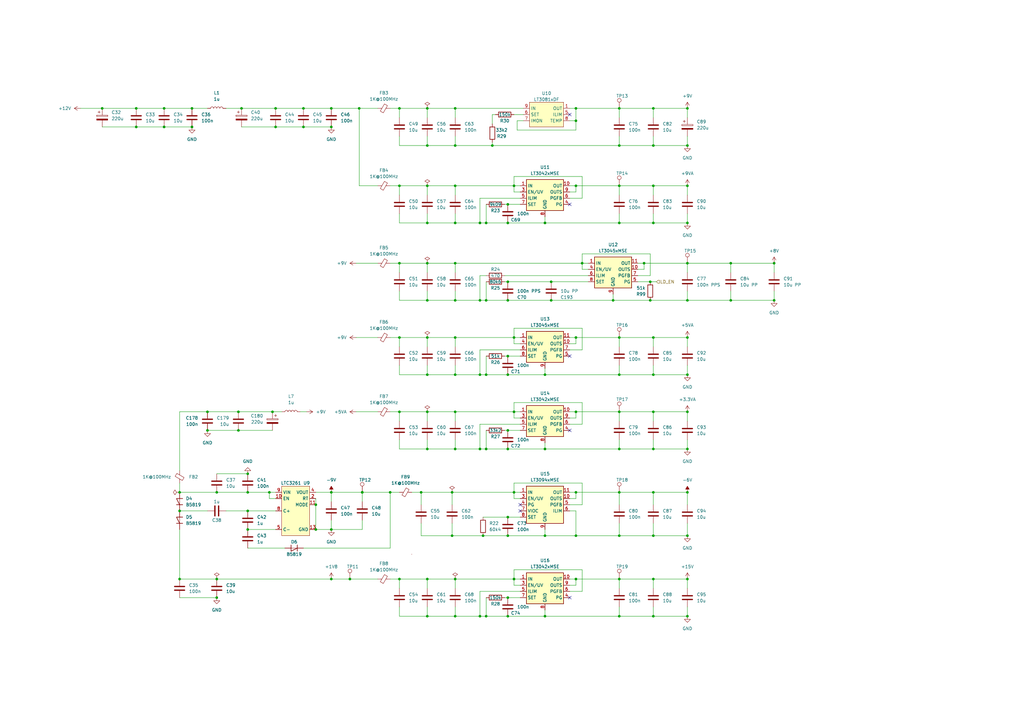
<source format=kicad_sch>
(kicad_sch (version 20211123) (generator eeschema)
  (paper "A3")
  (title_block (title "Kirdy") (date "2022-07-03") (rev "r0.1") (company "M-Labs") (comment 1 "Alex Wong Tat Hang"))
  (junction (at 175.26 237.49))
  (junction (at 223.52 184.15))
  (junction (at 236.22 76.2))
  (junction (at 238.76 107.95))
  (junction (at 210.82 201.93))
  (junction (at 78.74 44.45))
  (junction (at 210.82 76.2))
  (junction (at 236.22 168.91))
  (junction (at 185.42 219.71))
  (junction (at 101.6 217.17))
  (junction (at 254 184.15))
  (junction (at 208.28 245.11))
  (junction (at 185.42 201.93))
  (junction (at 208.28 176.53))
  (junction (at 135.89 217.17))
  (junction (at 147.32 44.45))
  (junction (at 210.82 138.43))
  (junction (at 254 91.44))
  (junction (at 143.51 237.49))
  (junction (at 135.89 237.49))
  (junction (at 266.7 115.57))
  (junction (at 148.556 201.93))
  (junction (at 236.22 49.53))
  (junction (at 208.28 252.73))
  (junction (at 196.85 184.15))
  (junction (at 266.7 123.19))
  (junction (at 88.9 237.49))
  (junction (at 199.39 252.73))
  (junction (at 186.69 138.43))
  (junction (at 208.28 184.15))
  (junction (at 78.74 52.07))
  (junction (at 254 44.45))
  (junction (at 267.97 76.2))
  (junction (at 199.39 153.67))
  (junction (at 254 237.49))
  (junction (at 111.76 168.91))
  (junction (at 163.83 76.2))
  (junction (at 317.5 107.95))
  (junction (at 99.06 44.45))
  (junction (at 67.31 52.07))
  (junction (at 175.26 59.69))
  (junction (at 267.97 201.93))
  (junction (at 113.03 52.07))
  (junction (at 175.26 153.67))
  (junction (at 175.26 91.44))
  (junction (at 41.91 44.45))
  (junction (at 281.94 138.43))
  (junction (at 267.97 138.43))
  (junction (at 175.26 107.95))
  (junction (at 85.09 168.91))
  (junction (at 196.85 91.44))
  (junction (at 199.39 123.19))
  (junction (at 267.97 252.73))
  (junction (at 281.94 237.49))
  (junction (at 186.69 252.73))
  (junction (at 208.28 123.19))
  (junction (at 254 219.71))
  (junction (at 97.79 168.91))
  (junction (at 148.59 201.93))
  (junction (at 223.52 153.67))
  (junction (at 223.52 91.44))
  (junction (at 236.22 44.45))
  (junction (at 101.6 209.55))
  (junction (at 281.94 76.2))
  (junction (at 281.94 201.93))
  (junction (at 281.94 168.91))
  (junction (at 186.69 107.95))
  (junction (at 317.5 123.19))
  (junction (at 281.94 44.45))
  (junction (at 186.69 237.49))
  (junction (at 186.69 184.15))
  (junction (at 163.83 168.91))
  (junction (at 236.22 219.71))
  (junction (at 254 168.91))
  (junction (at 281.94 252.73))
  (junction (at 251.46 123.19))
  (junction (at 186.69 76.2))
  (junction (at 226.06 123.19))
  (junction (at 198.12 219.71))
  (junction (at 281.94 184.15))
  (junction (at 267.97 44.45))
  (junction (at 135.89 201.93))
  (junction (at 186.69 91.44))
  (junction (at 267.97 168.91))
  (junction (at 175.26 168.91))
  (junction (at 281.94 219.71))
  (junction (at 160.02 201.93))
  (junction (at 186.69 59.69))
  (junction (at 208.28 83.82))
  (junction (at 135.89 52.07))
  (junction (at 236.22 201.93))
  (junction (at 113.03 44.45))
  (junction (at 254 153.67))
  (junction (at 254 138.43))
  (junction (at 210.82 168.91))
  (junction (at 281.94 91.44))
  (junction (at 254 59.69))
  (junction (at 267.97 184.15))
  (junction (at 299.72 123.19))
  (junction (at 254 76.2))
  (junction (at 101.6 201.93))
  (junction (at 163.83 138.43))
  (junction (at 186.69 123.19))
  (junction (at 175.26 252.73))
  (junction (at 135.89 44.45))
  (junction (at 196.85 123.19))
  (junction (at 208.28 91.44))
  (junction (at 172.72 201.93))
  (junction (at 208.28 153.67))
  (junction (at 73.66 209.55))
  (junction (at 201.93 59.69))
  (junction (at 267.97 237.49))
  (junction (at 208.28 212.09))
  (junction (at 196.85 252.73))
  (junction (at 124.46 52.07))
  (junction (at 175.26 184.15))
  (junction (at 163.83 107.95))
  (junction (at 186.69 153.67))
  (junction (at 88.9 201.93))
  (junction (at 226.06 115.57))
  (junction (at 254 201.93))
  (junction (at 85.09 176.53))
  (junction (at 110.49 201.93))
  (junction (at 208.28 115.57))
  (junction (at 264.16 107.95))
  (junction (at 267.97 219.71))
  (junction (at 208.28 146.05))
  (junction (at 223.52 252.73))
  (junction (at 73.66 201.93))
  (junction (at 175.26 123.19))
  (junction (at 281.94 59.69))
  (junction (at 97.79 176.53))
  (junction (at 267.97 59.69))
  (junction (at 55.88 52.07))
  (junction (at 236.22 237.49))
  (junction (at 281.94 153.67))
  (junction (at 223.52 219.71))
  (junction (at 208.28 219.71))
  (junction (at 299.72 107.95))
  (junction (at 175.26 76.2))
  (junction (at 175.26 138.43))
  (junction (at 163.83 44.45))
  (junction (at 199.39 184.15))
  (junction (at 101.6 194.31))
  (junction (at 88.9 245.11))
  (junction (at 267.97 91.44))
  (junction (at 281.94 123.19))
  (junction (at 175.26 44.45))
  (junction (at 210.82 237.49))
  (junction (at 254 252.73))
  (junction (at 73.66 237.49))
  (junction (at 163.83 237.49))
  (junction (at 186.69 168.91))
  (junction (at 129.54 207.01))
  (junction (at 67.31 44.45))
  (junction (at 267.97 153.67))
  (junction (at 124.46 44.45))
  (junction (at 55.88 44.45))
  (junction (at 186.69 44.45))
  (junction (at 281.94 107.95))
  (junction (at 129.54 217.17))
  (junction (at 236.22 138.43))
  (junction (at 199.39 91.44))
  (junction (at 196.85 153.67))
  (no_connect (at 233.68 176.53))
  (no_connect (at 233.68 245.11))
  (no_connect (at 233.68 46.99))
  (no_connect (at 213.36 209.55))
  (no_connect (at 213.36 207.01))
  (no_connect (at 233.68 83.82))
  (no_connect (at 233.68 146.05))
  (wire (pts (xy 88.9 201.93) (xy 101.6 201.93)))
  (wire (pts (xy 207.01 176.53) (xy 208.28 176.53)))
  (wire (pts (xy 267.97 214.63) (xy 267.97 219.71)))
  (wire (pts (xy 267.97 153.67) (xy 267.97 149.86)))
  (wire (pts (xy 196.85 81.28) (xy 196.85 91.44)))
  (wire (pts (xy 175.26 241.3) (xy 175.26 237.49)))
  (wire (pts (xy 160.02 237.49) (xy 163.83 237.49)))
  (wire (pts (xy 254 237.49) (xy 254 241.3)))
  (wire (pts (xy 233.68 140.97) (xy 236.22 140.97)))
  (wire (pts (xy 148.59 201.93) (xy 148.59 205.74)))
  (wire (pts (xy 281.94 252.73) (xy 281.94 248.92)))
  (wire (pts (xy 281.94 107.95) (xy 281.94 111.76)))
  (wire (pts (xy 135.89 213.36) (xy 135.89 217.17)))
  (wire (pts (xy 163.83 252.73) (xy 163.83 248.92)))
  (wire (pts (xy 208.28 176.53) (xy 213.36 176.53)))
  (wire (pts (xy 124.46 44.45) (xy 135.89 44.45)))
  (wire (pts (xy 135.89 217.17) (xy 129.54 217.17)))
  (wire (pts (xy 201.93 58.42) (xy 201.93 59.69)))
  (wire (pts (xy 196.85 91.44) (xy 199.39 91.44)))
  (wire (pts (xy 299.72 107.95) (xy 299.72 111.76)))
  (wire (pts (xy 267.97 252.73) (xy 281.94 252.73)))
  (wire (pts (xy 160.02 107.95) (xy 163.83 107.95)))
  (wire (pts (xy 186.69 172.72) (xy 186.69 168.91)))
  (wire (pts (xy 196.85 113.03) (xy 199.39 113.03)))
  (wire (pts (xy 236.22 219.71) (xy 223.52 219.71)))
  (wire (pts (xy 175.26 123.19) (xy 186.69 123.19)))
  (wire (pts (xy 175.26 252.73) (xy 175.26 248.92)))
  (wire (pts (xy 186.69 123.19) (xy 196.85 123.19)))
  (wire (pts (xy 185.42 219.71) (xy 198.12 219.71)))
  (wire (pts (xy 201.93 50.8) (xy 201.93 46.99)))
  (wire (pts (xy 267.97 153.67) (xy 281.94 153.67)))
  (wire (pts (xy 85.09 176.53) (xy 97.79 176.53)))
  (wire (pts (xy 207.01 115.57) (xy 208.28 115.57)))
  (wire (pts (xy 175.26 123.19) (xy 175.26 119.38)))
  (wire (pts (xy 210.82 76.2) (xy 213.36 76.2)))
  (wire (pts (xy 85.09 168.91) (xy 97.79 168.91)))
  (wire (pts (xy 163.83 59.69) (xy 175.26 59.69)))
  (wire (pts (xy 210.82 237.49) (xy 213.36 237.49)))
  (wire (pts (xy 254 219.71) (xy 254 214.63)))
  (wire (pts (xy 199.39 184.15) (xy 208.28 184.15)))
  (wire (pts (xy 129.54 201.93) (xy 135.89 201.93)))
  (wire (pts (xy 175.26 142.24) (xy 175.26 138.43)))
  (wire (pts (xy 199.39 252.73) (xy 208.28 252.73)))
  (wire (pts (xy 186.69 80.01) (xy 186.69 76.2)))
  (wire (pts (xy 199.39 245.11) (xy 199.39 252.73)))
  (wire (pts (xy 172.72 214.63) (xy 172.72 219.71)))
  (wire (pts (xy 92.71 209.55) (xy 101.6 209.55)))
  (wire (pts (xy 186.69 107.95) (xy 238.76 107.95)))
  (wire (pts (xy 208.28 184.15) (xy 223.52 184.15)))
  (wire (pts (xy 175.26 184.15) (xy 186.69 184.15)))
  (wire (pts (xy 208.28 91.44) (xy 223.52 91.44)))
  (wire (pts (xy 213.36 204.47) (xy 210.82 204.47)))
  (wire (pts (xy 135.89 44.45) (xy 147.32 44.45)))
  (wire (pts (xy 254 219.71) (xy 267.97 219.71)))
  (wire (pts (xy 208.28 115.57) (xy 226.06 115.57)))
  (wire (pts (xy 163.83 252.73) (xy 175.26 252.73)))
  (wire (pts (xy 185.42 201.93) (xy 210.82 201.93)))
  (wire (pts (xy 186.69 168.91) (xy 210.82 168.91)))
  (wire (pts (xy 199.39 115.57) (xy 199.39 123.19)))
  (wire (pts (xy 175.26 76.2) (xy 186.69 76.2)))
  (wire (pts (xy 186.69 91.44) (xy 186.69 87.63)))
  (wire (pts (xy 226.06 123.19) (xy 251.46 123.19)))
  (wire (pts (xy 199.39 146.05) (xy 199.39 153.67)))
  (wire (pts (xy 254 153.67) (xy 254 149.86)))
  (wire (pts (xy 238.76 134.62) (xy 210.82 134.62)))
  (wire (pts (xy 199.39 153.67) (xy 208.28 153.67)))
  (wire (pts (xy 172.72 219.71) (xy 185.42 219.71)))
  (wire (pts (xy 223.52 91.44) (xy 254 91.44)))
  (wire (pts (xy 236.22 240.03) (xy 236.22 237.49)))
  (wire (pts (xy 101.6 224.79) (xy 116.84 224.79)))
  (wire (pts (xy 198.12 219.71) (xy 208.28 219.71)))
  (wire (pts (xy 254 184.15) (xy 254 180.34)))
  (wire (pts (xy 210.82 140.97) (xy 210.82 138.43)))
  (wire (pts (xy 55.88 52.07) (xy 67.31 52.07)))
  (wire (pts (xy 196.85 81.28) (xy 213.36 81.28)))
  (wire (pts (xy 148.556 201.93) (xy 148.59 201.93)))
  (wire (pts (xy 267.97 59.69) (xy 254 59.69)))
  (wire (pts (xy 212.09 49.53) (xy 214.63 49.53)))
  (wire (pts (xy 241.3 110.49) (xy 238.76 110.49)))
  (wire (pts (xy 281.94 107.95) (xy 299.72 107.95)))
  (wire (pts (xy 267.97 91.44) (xy 267.97 87.63)))
  (wire (pts (xy 223.52 250.19) (xy 223.52 252.73)))
  (wire (pts (xy 281.94 123.19) (xy 281.94 119.38)))
  (wire (pts (xy 254 201.93) (xy 267.97 201.93)))
  (wire (pts (xy 186.69 44.45) (xy 214.63 44.45)))
  (wire (pts (xy 196.85 173.99) (xy 213.36 173.99)))
  (wire (pts (xy 175.26 184.15) (xy 175.26 180.34)))
  (wire (pts (xy 261.62 113.03) (xy 266.7 113.03)))
  (wire (pts (xy 238.76 107.95) (xy 241.3 107.95)))
  (wire (pts (xy 186.69 241.3) (xy 186.69 237.49)))
  (wire (pts (xy 254 237.49) (xy 267.97 237.49)))
  (wire (pts (xy 146.05 168.91) (xy 154.94 168.91)))
  (wire (pts (xy 236.22 237.49) (xy 254 237.49)))
  (wire (pts (xy 210.82 201.93) (xy 213.36 201.93)))
  (wire (pts (xy 236.22 44.45) (xy 236.22 49.53)))
  (wire (pts (xy 207.01 245.11) (xy 208.28 245.11)))
  (wire (pts (xy 210.82 78.74) (xy 210.82 76.2)))
  (wire (pts (xy 196.85 252.73) (xy 199.39 252.73)))
  (wire (pts (xy 186.69 153.67) (xy 196.85 153.67)))
  (wire (pts (xy 236.22 219.71) (xy 254 219.71)))
  (wire (pts (xy 210.82 138.43) (xy 213.36 138.43)))
  (wire (pts (xy 73.66 198.12) (xy 73.66 201.93)))
  (wire (pts (xy 238.76 173.99) (xy 238.76 165.1)))
  (wire (pts (xy 175.26 172.72) (xy 175.26 168.91)))
  (wire (pts (xy 113.03 52.07) (xy 124.46 52.07)))
  (wire (pts (xy 73.66 237.49) (xy 73.66 217.17)))
  (wire (pts (xy 238.76 165.1) (xy 210.82 165.1)))
  (wire (pts (xy 208.28 123.19) (xy 226.06 123.19)))
  (wire (pts (xy 113.03 44.45) (xy 124.46 44.45)))
  (wire (pts (xy 281.94 76.2) (xy 281.94 80.01)))
  (wire (pts (xy 163.83 172.72) (xy 163.83 168.91)))
  (wire (pts (xy 281.94 184.15) (xy 281.94 180.34)))
  (wire (pts (xy 201.93 46.99) (xy 203.2 46.99)))
  (wire (pts (xy 266.7 104.14) (xy 238.76 104.14)))
  (wire (pts (xy 210.82 240.03) (xy 210.82 237.49)))
  (wire (pts (xy 281.94 168.91) (xy 281.94 172.72)))
  (wire (pts (xy 163.83 107.95) (xy 175.26 107.95)))
  (wire (pts (xy 233.68 143.51) (xy 238.76 143.51)))
  (wire (pts (xy 261.62 115.57) (xy 266.7 115.57)))
  (wire (pts (xy 254 48.26) (xy 254 44.45)))
  (wire (pts (xy 196.85 113.03) (xy 196.85 123.19)))
  (wire (pts (xy 236.22 201.93) (xy 254 201.93)))
  (wire (pts (xy 73.66 237.49) (xy 88.9 237.49)))
  (wire (pts (xy 175.26 168.91) (xy 186.69 168.91)))
  (wire (pts (xy 233.68 240.03) (xy 236.22 240.03)))
  (wire (pts (xy 201.93 59.69) (xy 254 59.69)))
  (wire (pts (xy 175.26 44.45) (xy 186.69 44.45)))
  (wire (pts (xy 160.02 44.45) (xy 163.83 44.45)))
  (wire (pts (xy 124.46 52.07) (xy 135.89 52.07)))
  (wire (pts (xy 236.22 138.43) (xy 254 138.43)))
  (wire (pts (xy 110.49 201.93) (xy 113.03 201.93)))
  (wire (pts (xy 233.68 173.99) (xy 238.76 173.99)))
  (wire (pts (xy 210.82 134.62) (xy 210.82 138.43)))
  (wire (pts (xy 267.97 76.2) (xy 267.97 80.01)))
  (wire (pts (xy 267.97 138.43) (xy 281.94 138.43)))
  (wire (pts (xy 254 44.45) (xy 267.97 44.45)))
  (wire (pts (xy 254 91.44) (xy 267.97 91.44)))
  (wire (pts (xy 299.72 123.19) (xy 299.72 119.38)))
  (wire (pts (xy 266.7 113.03) (xy 266.7 104.14)))
  (wire (pts (xy 223.52 151.13) (xy 223.52 153.67)))
  (wire (pts (xy 233.68 138.43) (xy 236.22 138.43)))
  (wire (pts (xy 163.83 59.69) (xy 163.83 55.88)))
  (wire (pts (xy 233.68 81.28) (xy 238.76 81.28)))
  (wire (pts (xy 196.85 153.67) (xy 199.39 153.67)))
  (wire (pts (xy 163.83 123.19) (xy 175.26 123.19)))
  (wire (pts (xy 223.52 181.61) (xy 223.52 184.15)))
  (wire (pts (xy 113.03 204.47) (xy 110.49 204.47)))
  (wire (pts (xy 73.66 245.11) (xy 88.9 245.11)))
  (wire (pts (xy 186.69 59.69) (xy 201.93 59.69)))
  (wire (pts (xy 135.89 237.49) (xy 143.51 237.49)))
  (wire (pts (xy 186.69 153.67) (xy 186.69 149.86)))
  (wire (pts (xy 186.69 123.19) (xy 186.69 119.38)))
  (wire (pts (xy 233.68 76.2) (xy 236.22 76.2)))
  (wire (pts (xy 185.42 214.63) (xy 185.42 219.71)))
  (wire (pts (xy 208.28 252.73) (xy 223.52 252.73)))
  (wire (pts (xy 175.26 252.73) (xy 186.69 252.73)))
  (wire (pts (xy 168.91 201.93) (xy 172.72 201.93)))
  (wire (pts (xy 186.69 48.26) (xy 186.69 44.45)))
  (wire (pts (xy 135.89 201.93) (xy 148.556 201.93)))
  (wire (pts (xy 115.57 168.91) (xy 111.76 168.91)))
  (wire (pts (xy 123.19 168.91) (xy 125.73 168.91)))
  (wire (pts (xy 267.97 44.45) (xy 281.94 44.45)))
  (wire (pts (xy 199.39 176.53) (xy 199.39 184.15)))
  (wire (pts (xy 254 168.91) (xy 254 172.72)))
  (wire (pts (xy 254 201.93) (xy 254 207.01)))
  (wire (pts (xy 185.42 201.93) (xy 185.42 207.01)))
  (wire (pts (xy 135.89 201.93) (xy 135.89 205.74)))
  (wire (pts (xy 213.36 78.74) (xy 210.82 78.74)))
  (wire (pts (xy 267.97 48.26) (xy 267.97 44.45)))
  (wire (pts (xy 163.83 237.49) (xy 175.26 237.49)))
  (wire (pts (xy 196.85 143.51) (xy 213.36 143.51)))
  (wire (pts (xy 186.69 252.73) (xy 186.69 248.92)))
  (wire (pts (xy 175.26 153.67) (xy 175.26 149.86)))
  (wire (pts (xy 233.68 168.91) (xy 236.22 168.91)))
  (wire (pts (xy 212.09 49.53) (xy 212.09 53.34)))
  (wire (pts (xy 186.69 138.43) (xy 210.82 138.43)))
  (wire (pts (xy 266.7 115.57) (xy 269.24 115.57)))
  (wire (pts (xy 236.22 49.53) (xy 233.68 49.53)))
  (wire (pts (xy 281.94 123.19) (xy 299.72 123.19)))
  (wire (pts (xy 233.68 171.45) (xy 236.22 171.45)))
  (wire (pts (xy 254 91.44) (xy 254 87.63)))
  (wire (pts (xy 238.76 81.28) (xy 238.76 72.39)))
  (wire (pts (xy 213.36 240.03) (xy 210.82 240.03)))
  (wire (pts (xy 236.22 209.55) (xy 236.22 219.71)))
  (wire (pts (xy 163.83 80.01) (xy 163.83 76.2)))
  (wire (pts (xy 251.46 123.19) (xy 266.7 123.19)))
  (wire (pts (xy 254 153.67) (xy 267.97 153.67)))
  (wire (pts (xy 101.6 217.17) (xy 113.03 217.17)))
  (wire (pts (xy 163.83 241.3) (xy 163.83 237.49)))
  (wire (pts (xy 233.68 242.57) (xy 238.76 242.57)))
  (wire (pts (xy 236.22 168.91) (xy 254 168.91)))
  (wire (pts (xy 223.52 219.71) (xy 223.52 217.17)))
  (wire (pts (xy 160.02 224.79) (xy 160.02 201.93)))
  (wire (pts (xy 163.83 48.26) (xy 163.83 44.45)))
  (wire (pts (xy 236.22 53.34) (xy 236.22 49.53)))
  (wire (pts (xy 78.74 44.45) (xy 85.09 44.45)))
  (wire (pts (xy 267.97 201.93) (xy 281.94 201.93)))
  (wire (pts (xy 148.59 217.17) (xy 135.89 217.17)))
  (wire (pts (xy 92.71 44.45) (xy 99.06 44.45)))
  (wire (pts (xy 281.94 44.45) (xy 281.94 48.26)))
  (wire (pts (xy 175.26 48.26) (xy 175.26 44.45)))
  (wire (pts (xy 163.83 153.67) (xy 175.26 153.67)))
  (wire (pts (xy 175.26 153.67) (xy 186.69 153.67)))
  (wire (pts (xy 160.02 201.93) (xy 163.83 201.93)))
  (wire (pts (xy 267.97 237.49) (xy 281.94 237.49)))
  (wire (pts (xy 175.26 111.76) (xy 175.26 107.95)))
  (wire (pts (xy 110.49 204.47) (xy 110.49 201.93)))
  (wire (pts (xy 175.26 59.69) (xy 175.26 55.88)))
  (wire (pts (xy 210.82 168.91) (xy 213.36 168.91)))
  (wire (pts (xy 267.97 201.93) (xy 267.97 207.01)))
  (wire (pts (xy 198.12 212.09) (xy 208.28 212.09)))
  (wire (pts (xy 254 252.73) (xy 254 248.92)))
  (wire (pts (xy 233.68 78.74) (xy 236.22 78.74)))
  (wire (pts (xy 172.72 201.93) (xy 172.72 207.01)))
  (wire (pts (xy 238.76 110.49) (xy 238.76 107.95)))
  (wire (pts (xy 33.02 44.45) (xy 41.91 44.45)))
  (wire (pts (xy 238.76 72.39) (xy 210.82 72.39)))
  (wire (pts (xy 199.39 123.19) (xy 208.28 123.19)))
  (wire (pts (xy 254 252.73) (xy 267.97 252.73)))
  (wire (pts (xy 264.16 107.95) (xy 281.94 107.95)))
  (wire (pts (xy 236.22 140.97) (xy 236.22 138.43)))
  (wire (pts (xy 129.54 207.01) (xy 129.54 217.17)))
  (wire (pts (xy 267.97 252.73) (xy 267.97 248.92)))
  (wire (pts (xy 261.62 110.49) (xy 264.16 110.49)))
  (wire (pts (xy 41.91 44.45) (xy 55.88 44.45)))
  (wire (pts (xy 186.69 59.69) (xy 186.69 55.88)))
  (wire (pts (xy 163.83 76.2) (xy 175.26 76.2)))
  (wire (pts (xy 154.94 76.2) (xy 147.32 76.2)))
  (wire (pts (xy 254 55.88) (xy 254 59.69)))
  (wire (pts (xy 163.83 153.67) (xy 163.83 149.86)))
  (wire (pts (xy 299.72 123.19) (xy 317.5 123.19)))
  (wire (pts (xy 175.26 107.95) (xy 186.69 107.95)))
  (wire (pts (xy 196.85 242.57) (xy 196.85 252.73)))
  (wire (pts (xy 267.97 91.44) (xy 281.94 91.44)))
  (wire (pts (xy 73.66 209.55) (xy 85.09 209.55)))
  (wire (pts (xy 186.69 237.49) (xy 210.82 237.49)))
  (wire (pts (xy 101.6 201.93) (xy 110.49 201.93)))
  (wire (pts (xy 99.06 44.45) (xy 113.03 44.45)))
  (wire (pts (xy 186.69 184.15) (xy 186.69 180.34)))
  (wire (pts (xy 264.16 110.49) (xy 264.16 107.95)))
  (wire (pts (xy 73.66 168.91) (xy 73.66 193.04)))
  (wire (pts (xy 210.82 46.99) (xy 214.63 46.99)))
  (wire (pts (xy 147.32 44.45) (xy 147.32 76.2)))
  (wire (pts (xy 146.05 107.95) (xy 154.94 107.95)))
  (wire (pts (xy 175.26 91.44) (xy 186.69 91.44)))
  (wire (pts (xy 261.62 107.95) (xy 264.16 107.95)))
  (wire (pts (xy 210.82 72.39) (xy 210.82 76.2)))
  (wire (pts (xy 254 76.2) (xy 267.97 76.2)))
  (wire (pts (xy 233.68 237.49) (xy 236.22 237.49)))
  (wire (pts (xy 196.85 123.19) (xy 199.39 123.19)))
  (wire (pts (xy 238.76 198.12) (xy 210.82 198.12)))
  (wire (pts (xy 233.68 44.45) (xy 236.22 44.45)))
  (wire (pts (xy 146.05 138.43) (xy 154.94 138.43)))
  (wire (pts (xy 196.85 143.51) (xy 196.85 153.67)))
  (wire (pts (xy 281.94 91.44) (xy 281.94 87.63)))
  (wire (pts (xy 41.91 52.07) (xy 55.88 52.07)))
  (wire (pts (xy 196.85 173.99) (xy 196.85 184.15)))
  (wire (pts (xy 281.94 138.43) (xy 281.94 142.24)))
  (wire (pts (xy 281.94 153.67) (xy 281.94 149.86)))
  (wire (pts (xy 233.68 204.47) (xy 236.22 204.47)))
  (wire (pts (xy 143.51 237.49) (xy 154.94 237.49)))
  (wire (pts (xy 199.39 91.44) (xy 208.28 91.44)))
  (wire (pts (xy 238.76 207.01) (xy 238.76 198.12)))
  (wire (pts (xy 163.83 168.91) (xy 175.26 168.91)))
  (wire (pts (xy 236.22 78.74) (xy 236.22 76.2)))
  (wire (pts (xy 207.01 146.05) (xy 208.28 146.05)))
  (wire (pts (xy 196.85 184.15) (xy 199.39 184.15)))
  (wire (pts (xy 212.09 53.34) (xy 236.22 53.34)))
  (wire (pts (xy 196.85 242.57) (xy 213.36 242.57)))
  (wire (pts (xy 208.28 153.67) (xy 223.52 153.67)))
  (wire (pts (xy 210.82 171.45) (xy 210.82 168.91)))
  (wire (pts (xy 186.69 76.2) (xy 210.82 76.2)))
  (wire (pts (xy 210.82 198.12) (xy 210.82 201.93)))
  (wire (pts (xy 147.32 44.45) (xy 154.94 44.45)))
  (wire (pts (xy 213.36 140.97) (xy 210.82 140.97)))
  (wire (pts (xy 238.76 242.57) (xy 238.76 233.68)))
  (wire (pts (xy 88.9 194.31) (xy 101.6 194.31)))
  (wire (pts (xy 317.5 123.19) (xy 317.5 119.38)))
  (wire (pts (xy 267.97 168.91) (xy 267.97 172.72)))
  (wire (pts (xy 267.97 76.2) (xy 281.94 76.2)))
  (wire (pts (xy 186.69 142.24) (xy 186.69 138.43)))
  (wire (pts (xy 281.94 55.88) (xy 281.94 59.69)))
  (wire (pts (xy 67.31 52.07) (xy 78.74 52.07)))
  (wire (pts (xy 210.82 204.47) (xy 210.82 201.93)))
  (wire (pts (xy 238.76 233.68) (xy 210.82 233.68)))
  (wire (pts (xy 254 138.43) (xy 267.97 138.43)))
  (wire (pts (xy 251.46 120.65) (xy 251.46 123.19)))
  (wire (pts (xy 267.97 219.71) (xy 281.94 219.71)))
  (wire (pts (xy 208.28 245.11) (xy 213.36 245.11)))
  (wire (pts (xy 223.52 88.9) (xy 223.52 91.44)))
  (wire (pts (xy 73.66 168.91) (xy 85.09 168.91)))
  (wire (pts (xy 267.97 237.49) (xy 267.97 241.3)))
  (wire (pts (xy 254 184.15) (xy 267.97 184.15)))
  (wire (pts (xy 236.22 171.45) (xy 236.22 168.91)))
  (wire (pts (xy 210.82 233.68) (xy 210.82 237.49)))
  (wire (pts (xy 163.83 111.76) (xy 163.83 107.95)))
  (wire (pts (xy 55.88 44.45) (xy 67.31 44.45)))
  (wire (pts (xy 199.39 83.82) (xy 199.39 91.44)))
  (wire (pts (xy 160.02 168.91) (xy 163.83 168.91)))
  (wire (pts (xy 124.46 224.79) (xy 160.02 224.79)))
  (wire (pts (xy 254 138.43) (xy 254 142.24)))
  (wire (pts (xy 208.28 212.09) (xy 213.36 212.09)))
  (wire (pts (xy 210.82 165.1) (xy 210.82 168.91)))
  (wire (pts (xy 299.72 107.95) (xy 317.5 107.95)))
  (wire (pts (xy 160.02 76.2) (xy 163.83 76.2)))
  (wire (pts (xy 226.06 115.57) (xy 241.3 115.57)))
  (wire (pts (xy 163.83 123.19) (xy 163.83 119.38)))
  (wire (pts (xy 67.31 44.45) (xy 78.74 44.45)))
  (wire (pts (xy 175.26 59.69) (xy 186.69 59.69)))
  (wire (pts (xy 163.83 184.15) (xy 175.26 184.15)))
  (wire (pts (xy 208.28 146.05) (xy 213.36 146.05)))
  (wire (pts (xy 175.26 237.49) (xy 186.69 237.49)))
  (wire (pts (xy 254 168.91) (xy 267.97 168.91)))
  (wire (pts (xy 111.76 168.91) (xy 97.79 168.91)))
  (wire (pts (xy 186.69 111.76) (xy 186.69 107.95)))
  (wire (pts (xy 160.02 201.93) (xy 148.59 201.93)))
  (wire (pts (xy 172.72 201.93) (xy 185.42 201.93)))
  (wire (pts (xy 175.26 91.44) (xy 175.26 87.63)))
  (wire (pts (xy 281.94 201.93) (xy 281.94 207.01)))
  (wire (pts (xy 99.06 52.07) (xy 113.03 52.07)))
  (wire (pts (xy 101.6 209.55) (xy 113.03 209.55)))
  (wire (pts (xy 223.52 153.67) (xy 254 153.67)))
  (wire (pts (xy 238.76 143.51) (xy 238.76 134.62)))
  (wire (pts (xy 73.66 201.93) (xy 88.9 201.93)))
  (wire (pts (xy 175.26 138.43) (xy 186.69 138.43)))
  (wire (pts (xy 267.97 168.91) (xy 281.94 168.91)))
  (wire (pts (xy 233.68 207.01) (xy 238.76 207.01)))
  (wire (pts (xy 163.83 91.44) (xy 175.26 91.44)))
  (wire (pts (xy 236.22 76.2) (xy 254 76.2)))
  (wire (pts (xy 236.22 204.47) (xy 236.22 201.93)))
  (wire (pts (xy 236.22 44.45) (xy 254 44.45)))
  (wire (pts (xy 160.02 138.43) (xy 163.83 138.43)))
  (wire (pts (xy 208.28 219.71) (xy 223.52 219.71)))
  (wire (pts (xy 236.22 209.55) (xy 233.68 209.55)))
  (wire (pts (xy 111.76 176.53) (xy 97.79 176.53)))
  (wire (pts (xy 186.69 184.15) (xy 196.85 184.15)))
  (wire (pts (xy 267.97 184.15) (xy 267.97 180.34)))
  (wire (pts (xy 207.01 83.82) (xy 208.28 83.82)))
  (wire (pts (xy 267.97 138.43) (xy 267.97 142.24)))
  (wire (pts (xy 213.36 171.45) (xy 210.82 171.45)))
  (wire (pts (xy 233.68 201.93) (xy 236.22 201.93)))
  (wire (pts (xy 254 76.2) (xy 254 80.01)))
  (wire (pts (xy 266.7 123.19) (xy 281.94 123.19)))
  (wire (pts (xy 163.83 44.45) (xy 175.26 44.45)))
  (wire (pts (xy 223.52 184.15) (xy 254 184.15)))
  (wire (pts (xy 163.83 138.43) (xy 175.26 138.43)))
  (wire (pts (xy 208.28 83.82) (xy 213.36 83.82)))
  (wire (pts (xy 186.69 91.44) (xy 196.85 91.44)))
  (wire (pts (xy 163.83 91.44) (xy 163.83 87.63)))
  (wire (pts (xy 317.5 107.95) (xy 317.5 111.76)))
  (wire (pts (xy 281.94 237.49) (xy 281.94 241.3)))
  (wire (pts (xy 148.59 213.36) (xy 148.59 217.17)))
  (wire (pts (xy 267.97 55.88) (xy 267.97 59.69)))
  (wire (pts (xy 129.54 204.47) (xy 129.54 207.01)))
  (wire (pts (xy 267.97 59.69) (xy 281.94 59.69)))
  (wire (pts (xy 223.52 252.73) (xy 254 252.73)))
  (wire (pts (xy 186.69 252.73) (xy 196.85 252.73)))
  (wire (pts (xy 267.97 184.15) (xy 281.94 184.15)))
  (wire (pts (xy 238.76 104.14) (xy 238.76 107.95)))
  (wire (pts (xy 281.94 214.63) (xy 281.94 219.71)))
  (wire (pts (xy 175.26 80.01) (xy 175.26 76.2)))
  (wire (pts (xy 163.83 184.15) (xy 163.83 180.34)))
  (wire (pts (xy 88.9 237.49) (xy 135.89 237.49)))
  (wire (pts (xy 207.01 113.03) (xy 241.3 113.03)))
  (wire (pts (xy 163.83 142.24) (xy 163.83 138.43)))
  (hierarchical_label "LD_EN" (shape input) (at 269.24 115.57 0))
  (symbol (lib_id "Device:R") (at 198.12 215.9 0) (unit 1)
    (property "Reference" "R22" (at 200.66 214.6299 0) (effects (justify left)))
    (property "Value" "60k4" (at 200.66 217.1699 0) (effects (justify left)))
    (property "Footprint" "Resistor_SMD:R_0603_1608Metric" (effects hide))
    (property "MFR_PN" "RT0603FRE0760K4L" (effects hide))
    (property "MFR_PN_ALT" "RC0603FR-0760K4L" (effects hide))
  )
  (symbol (lib_id "Device:C") (at 85.09 172.72 0) (mirror y) (unit 1)
    (property "Reference" "C178" (at 81.28 171.4499 0) (effects (justify left)))
    (property "Value" "100n" (at 81.28 173.9899 0) (effects (justify left)))
    (property "Footprint" "Capacitor_SMD:C_0603_1608Metric" (effects hide))
    (property "MFR_PN" "CL10B104KB8NNWC" (effects hide))
    (property "MFR_PN_ALT" "CL10B104KB8NNNL" (effects hide))
  )
  (symbol (lib_id "Device:C") (at 254 83.82 0) (unit 1)
    (property "Reference" "C76" (at 257.81 82.5499 0) (effects (justify left)))
    (property "Value" "100n" (at 257.81 85.0899 0) (effects (justify left)))
    (property "Footprint" "Capacitor_SMD:C_0603_1608Metric" (effects hide))
    (property "MFR_PN" "CL10B104KB8NNWC" (effects hide))
    (property "MFR_PN_ALT" "CL10B104KB8NNNL" (effects hide))
  )
  (symbol (lib_id "power:+5VA") (at 281.94 138.43 0) (unit 1)
    (property "Reference" "#PWR074" (effects hide))
    (property "Value" "+5VA" (at 281.94 133.35 0))
  )
  (symbol (lib_id "Device:C") (at 101.6 213.36 0) (unit 1)
    (property "Reference" "C42" (at 105.41 212.0899 0) (effects (justify left)))
    (property "Value" "1u" (at 105.41 214.6299 0) (effects (justify left)))
    (property "Footprint" "Capacitor_SMD:C_0603_1608Metric" (effects hide))
    (property "MFR_PN" "CL10B105KA8NNNC" (effects hide))
    (property "MFR_PN_ALT" "CGA3E1X7R1E105K080AC" (effects hide))
  )
  (symbol (lib_id "power:PWR_FLAG") (at 175.26 76.2 0) (unit 1)
    (property "Reference" "#FLG0106" (effects hide))
    (property "Value" "PWR_FLAG" (effects hide))
  )
  (symbol (lib_id "Device:C") (at 148.59 209.55 0) (unit 1)
    (property "Reference" "C48" (at 152.4 208.2799 0) (effects (justify left)))
    (property "Value" "10u" (at 152.4 210.8199 0) (effects (justify left)))
    (property "Footprint" "Capacitor_SMD:C_0805_2012Metric" (effects hide))
    (property "MFR_PN" "CL21B106KOQNNNG" (effects hide))
    (property "MFR_PN_ALT" "CL21B106KOQNNNE" (effects hide))
  )
  (symbol (lib_id "Device:R") (at 203.2 83.82 90) (unit 1)
    (property "Reference" "R23" (at 203.2 86.36 90))
    (property "Value" "9k09" (at 203.2 83.82 90))
    (property "Footprint" "Resistor_SMD:R_0603_1608Metric" (effects hide))
    (property "MFR_PN" "CR0603-FX-9091ELF" (effects hide))
    (property "MFR_PN_ALT" "RK73H1JTTD9091F" (effects hide))
  )
  (symbol (lib_id "Device:R") (at 203.2 245.11 90) (unit 1)
    (property "Reference" "R28" (at 203.2 247.65 90))
    (property "Value" "150k" (at 203.2 245.11 90))
    (property "Footprint" "Resistor_SMD:R_0603_1608Metric" (effects hide))
    (property "MFR_PN" "CRGCQ0603F150K" (effects hide))
    (property "MFR_PN_ALT" "RMCF0603FG150K" (effects hide))
  )
  (symbol (lib_id "Device:C") (at 281.94 210.82 0) (unit 1)
    (property "Reference" "C94" (at 285.75 209.5499 0) (effects (justify left)))
    (property "Value" "10u" (at 285.75 212.0899 0) (effects (justify left)))
    (property "Footprint" "Capacitor_SMD:C_0805_2012Metric" (effects hide))
    (property "MFR_PN" "CL21B106KOQNNNG" (effects hide))
    (property "MFR_PN_ALT" "CL21B106KOQNNNE" (effects hide))
  )
  (symbol (lib_id "Device:C") (at 186.69 83.82 0) (unit 1)
    (property "Reference" "C64" (at 190.5 82.5499 0) (effects (justify left)))
    (property "Value" "100n" (at 190.5 85.0899 0) (effects (justify left)))
    (property "Footprint" "Capacitor_SMD:C_0603_1608Metric" (effects hide))
    (property "MFR_PN" "CL10B104KB8NNWC" (effects hide))
    (property "MFR_PN_ALT" "CL10B104KB8NNNL" (effects hide))
  )
  (symbol (lib_id "Device:C") (at 113.03 48.26 0) (unit 1)
    (property "Reference" "C44" (at 116.84 46.9899 0) (effects (justify left)))
    (property "Value" "10u" (at 116.84 49.5299 0) (effects (justify left)))
    (property "Footprint" "Capacitor_SMD:C_0805_2012Metric" (effects hide))
    (property "MFR_PN" "CL21B106KOQNNNG" (effects hide))
    (property "MFR_PN_ALT" "CL21B106KOQNNNE" (effects hide))
  )
  (symbol (lib_id "power:PWR_FLAG") (at 175.26 107.95 0) (unit 1)
    (property "Reference" "#FLG0108" (effects hide))
    (property "Value" "PWR_FLAG" (effects hide))
  )
  (symbol (lib_id "Device:R") (at 266.7 119.38 180) (unit 1)
    (property "Reference" "R99" (at 262.89 120.65 0))
    (property "Value" "51k" (at 262.89 118.11 0))
    (property "Footprint" "Resistor_SMD:R_0603_1608Metric" (effects hide))
    (property "MFR_PN" "RMCF0603FT51K0" (effects hide))
    (property "MFR_PN_ALT" "CR0603-FX-5102ELF" (effects hide))
  )
  (symbol (lib_id "Device:FerriteBead_Small") (at 73.66 195.58 180) (unit 1)
    (property "Reference" "FB2" (at 77.47 195.58 0) (effects (justify right)))
    (property "Value" "1K@100MHz" (at 58.42 195.58 0) (effects (justify right)))
    (property "Footprint" "Inductor_SMD:L_1210_3225Metric" (effects hide))
    (property "MFR_PN" "FBMH3225HM102NT" (effects hide))
    (property "MFR_PN_ALT" "FBMH3225HM102NTV" (effects hide))
  )
  (symbol (lib_id "Device:C") (at 208.28 180.34 0) (unit 1)
    (property "Reference" "C72" (at 209.55 182.88 0) (effects (justify left)))
    (property "Value" "100n" (at 212.09 180.34 0) (effects (justify left)))
    (property "Footprint" "Capacitor_SMD:C_0603_1608Metric" (effects hide))
    (property "MFR_PN" "CL10B104KB8NNWC" (effects hide))
    (property "MFR_PN_ALT" "CL10B104KB8NNNL" (effects hide))
  )
  (symbol (lib_id "Device:C") (at 186.69 115.57 0) (unit 1)
    (property "Reference" "C65" (at 190.5 114.2999 0) (effects (justify left)))
    (property "Value" "100n" (at 190.5 116.8399 0) (effects (justify left)))
    (property "Footprint" "Capacitor_SMD:C_0603_1608Metric" (effects hide))
    (property "MFR_PN" "CL10B104KB8NNWC" (effects hide))
    (property "MFR_PN_ALT" "CL10B104KB8NNNL" (effects hide))
  )
  (symbol (lib_id "Device:C") (at 175.26 176.53 0) (unit 1)
    (property "Reference" "C60" (at 179.07 175.2599 0) (effects (justify left)))
    (property "Value" "10u" (at 179.07 177.7999 0) (effects (justify left)))
    (property "Footprint" "Capacitor_SMD:C_0805_2012Metric" (effects hide))
    (property "MFR_PN" "CL21B106KOQNNNG" (effects hide))
    (property "MFR_PN_ALT" "CL21B106KOQNNNE" (effects hide))
  )
  (symbol (lib_id "Device:C") (at 254 52.07 0) (unit 1)
    (property "Reference" "C75" (at 257.81 50.7999 0) (effects (justify left)))
    (property "Value" "100n" (at 257.81 53.3399 0) (effects (justify left)))
    (property "Footprint" "Capacitor_SMD:C_0603_1608Metric" (effects hide))
    (property "MFR_PN" "CL10B104KB8NNWC" (effects hide))
    (property "MFR_PN_ALT" "CL10B104KB8NNNL" (effects hide))
  )
  (symbol (lib_id "power:GND") (at 317.5 123.19 0) (unit 1)
    (property "Reference" "#PWR073" (effects hide))
    (property "Value" "GND" (at 317.5 128.27 0))
  )
  (symbol (lib_id "Device:C") (at 267.97 210.82 0) (unit 1)
    (property "Reference" "C87" (at 271.78 209.5499 0) (effects (justify left)))
    (property "Value" "10u" (at 271.78 212.0899 0) (effects (justify left)))
    (property "Footprint" "Capacitor_SMD:C_0805_2012Metric" (effects hide))
    (property "MFR_PN" "CL21B106KOQNNNG" (effects hide))
    (property "MFR_PN_ALT" "CL21B106KOQNNNE" (effects hide))
  )
  (symbol (lib_id "Device:C") (at 175.26 245.11 0) (unit 1)
    (property "Reference" "C61" (at 179.07 243.8399 0) (effects (justify left)))
    (property "Value" "10u" (at 179.07 246.3799 0) (effects (justify left)))
    (property "Footprint" "Capacitor_SMD:C_0805_2012Metric" (effects hide))
    (property "MFR_PN" "CL21B106KOQNNNG" (effects hide))
    (property "MFR_PN_ALT" "CL21B106KOQNNNE" (effects hide))
  )
  (symbol (lib_id "Device:C") (at 186.69 245.11 0) (unit 1)
    (property "Reference" "C68" (at 190.5 243.8399 0) (effects (justify left)))
    (property "Value" "100n" (at 190.5 246.3799 0) (effects (justify left)))
    (property "Footprint" "Capacitor_SMD:C_0603_1608Metric" (effects hide))
    (property "MFR_PN" "CL10B104KB8NNWC" (effects hide))
    (property "MFR_PN_ALT" "CL10B104KB8NNNL" (effects hide))
  )
  (symbol (lib_id "Device:R") (at 203.2 146.05 90) (unit 1)
    (property "Reference" "R26" (at 203.2 148.59 90))
    (property "Value" "51k" (at 203.2 146.05 90))
    (property "Footprint" "Resistor_SMD:R_0603_1608Metric" (effects hide))
    (property "MFR_PN" "RMCF0603FT51K0" (effects hide))
    (property "MFR_PN_ALT" "CR0603-FX-5102ELF" (effects hide))
  )
  (symbol (lib_id "Device:C") (at 175.26 52.07 0) (unit 1)
    (property "Reference" "C56" (at 179.07 50.7999 0) (effects (justify left)))
    (property "Value" "10u" (at 179.07 53.3399 0) (effects (justify left)))
    (property "Footprint" "Capacitor_SMD:C_0805_2012Metric" (effects hide))
    (property "MFR_PN" "CL21B106KOQNNNG" (effects hide))
    (property "MFR_PN_ALT" "CL21B106KOQNNNE" (effects hide))
  )
  (symbol (lib_id "Device:L") (at 88.9 44.45 90) (unit 1)
    (property "Reference" "L1" (at 88.9 38.1 90))
    (property "Value" "1u" (at 88.9 40.64 90))
    (property "Footprint" "Inductor_SMD:L_1008_2520Metric" (effects hide))
    (property "MFR_PN" "DFE252012F-1R0M=P2" (effects hide))
    (property "MFR_PN_ALT" "DFE252012P-1R0M=P2" (effects hide))
  )
  (symbol (lib_id "Device:D_Shockley") (at 73.66 213.36 90) (unit 1)
    (property "Reference" "D5" (at 76.2 212.0899 90) (effects (justify right)))
    (property "Value" "B5819" (at 76.2 214.6299 90) (effects (justify right)))
    (property "Footprint" "Diode_SMD:D_SOD-323" (effects hide))
    (property "MFR_PN" "B5819WS-TP" (effects hide))
  )
  (symbol (lib_id "Device:C_Polarized") (at 281.94 52.07 0) (unit 1)
    (property "Reference" "C89" (at 285.75 49.9109 0) (effects (justify left)))
    (property "Value" "220u" (at 285.75 52.4509 0) (effects (justify left)))
    (property "Footprint" "Capacitor_Tantalum_SMD:CP_EIA-7343-15_Kemet-W" (effects hide))
    (property "MFR_PN" "T491D227K016AT" (effects hide))
    (property "MFR_PN_ALT" "293D227X9016E2TE3" (effects hide))
  )
  (symbol (lib_id "Connector:TestPoint") (at 281.94 107.95 0) (unit 1)
    (property "Reference" "TP15" (at 280.67 102.87 0) (effects (justify left)))
    (property "Value" "TestPoint" (effects hide))
    (property "Footprint" "TestPoint:TestPoint_Pad_2.0x2.0mm" (effects hide))
  )
  (symbol (lib_id "power:-9V") (at 135.89 201.93 0) (unit 1)
    (property "Reference" "#PWR063" (effects hide))
    (property "Value" "-9V" (at 135.89 196.85 0))
  )
  (symbol (lib_id "Device:FerriteBead_Small") (at 157.48 107.95 90) (unit 1)
    (property "Reference" "FB5" (at 157.4419 101.6 90))
    (property "Value" "1K@100MHz" (at 157.4419 104.14 90))
    (property "Footprint" "Inductor_SMD:L_1210_3225Metric" (effects hide))
    (property "MFR_PN" "FBMH3225HM102NT" (effects hide))
    (property "MFR_PN_ALT" "FBMH3225HM102NTV" (effects hide))
  )
  (symbol (lib_id "Device:C") (at 254 210.82 0) (unit 1)
    (property "Reference" "C80" (at 257.81 209.5499 0) (effects (justify left)))
    (property "Value" "100n" (at 257.81 212.0899 0) (effects (justify left)))
    (property "Footprint" "Capacitor_SMD:C_0603_1608Metric" (effects hide))
    (property "MFR_PN" "CL10B104KB8NNWC" (effects hide))
    (property "MFR_PN_ALT" "CL10B104KB8NNNL" (effects hide))
  )
  (symbol (lib_id "power:PWR_FLAG") (at 175.26 138.43 0) (unit 1)
    (property "Reference" "#FLG0109" (effects hide))
    (property "Value" "PWR_FLAG" (effects hide))
  )
  (symbol (lib_id "power:GND") (at 281.94 91.44 0) (unit 1)
    (property "Reference" "#PWR071" (effects hide))
    (property "Value" "GND" (at 281.94 96.52 0))
  )
  (symbol (lib_id "power:+9V") (at 281.94 44.45 0) (unit 1)
    (property "Reference" "#PWR068" (effects hide))
    (property "Value" "+9V" (at 281.94 39.37 0))
  )
  (symbol (lib_id "power:PWR_FLAG") (at 185.42 201.93 0) (unit 1)
    (property "Reference" "#FLG0102" (effects hide))
    (property "Value" "PWR_FLAG" (effects hide))
  )
  (symbol (lib_id "Device:FerriteBead_Small") (at 166.37 201.93 90) (unit 1)
    (property "Reference" "FB9" (at 166.3319 195.58 90))
    (property "Value" "1K@100MHz" (at 166.3319 198.12 90))
    (property "Footprint" "Inductor_SMD:L_1210_3225Metric" (effects hide))
    (property "MFR_PN" "FBMH3225HM102NT" (effects hide))
    (property "MFR_PN_ALT" "FBMH3225HM102NTV" (effects hide))
  )
  (symbol (lib_id "Connector:TestPoint") (at 254 168.91 0) (unit 1)
    (property "Reference" "TP17" (at 252.73 163.83 0) (effects (justify left)))
    (property "Value" "TestPoint" (effects hide))
    (property "Footprint" "TestPoint:TestPoint_Pad_2.0x2.0mm" (effects hide))
  )
  (symbol (lib_id "Device:C") (at 208.28 119.38 0) (unit 1)
    (property "Reference" "C70" (at 212.09 121.92 0) (effects (justify left)))
    (property "Value" "100n PPS" (at 212.09 119.38 0) (effects (justify left)))
    (property "Footprint" "Capacitor_SMD:C_1210_3225Metric" (effects hide))
    (property "MFR_PN" "ECH-U1C104JX5" (effects hide))
  )
  (symbol (lib_id "Device:C") (at 281.94 245.11 0) (unit 1)
    (property "Reference" "C95" (at 285.75 243.8399 0) (effects (justify left)))
    (property "Value" "10u" (at 285.75 246.3799 0) (effects (justify left)))
    (property "Footprint" "Capacitor_SMD:C_0805_2012Metric" (effects hide))
    (property "MFR_PN" "CL21B106KOQNNNG" (effects hide))
    (property "MFR_PN_ALT" "CL21B106KOQNNNE" (effects hide))
  )
  (symbol (lib_id "Device:C") (at 135.89 48.26 0) (unit 1)
    (property "Reference" "C46" (at 139.7 46.9899 0) (effects (justify left)))
    (property "Value" "100n" (at 139.7 49.5299 0) (effects (justify left)))
    (property "Footprint" "Capacitor_SMD:C_0603_1608Metric" (effects hide))
    (property "MFR_PN" "CL10B104KB8NNWC" (effects hide))
    (property "MFR_PN_ALT" "CL10B104KB8NNNL" (effects hide))
  )
  (symbol (lib_id "Connector:TestPoint") (at 254 138.43 0) (unit 1)
    (property "Reference" "TP16" (at 252.73 133.35 0) (effects (justify left)))
    (property "Value" "TestPoint" (effects hide))
    (property "Footprint" "TestPoint:TestPoint_Pad_2.0x2.0mm" (effects hide))
  )
  (symbol (lib_id "Device:C") (at 281.94 115.57 0) (unit 1)
    (property "Reference" "C77" (at 285.75 114.2999 0) (effects (justify left)))
    (property "Value" "100n PPS" (at 285.75 116.8399 0) (effects (justify left)))
    (property "Footprint" "Capacitor_SMD:C_1210_3225Metric" (effects hide))
    (property "MFR_PN" "ECH-U1C104JX5" (effects hide))
  )
  (symbol (lib_id "Device:C") (at 88.9 198.12 0) (unit 1)
    (property "Reference" "C37" (at 92.71 196.8499 0) (effects (justify left)))
    (property "Value" "10u" (at 92.71 199.3899 0) (effects (justify left)))
    (property "Footprint" "Capacitor_SMD:C_0805_2012Metric" (effects hide))
    (property "MFR_PN" "CL21B106KOQNNNG" (effects hide))
    (property "MFR_PN_ALT" "CL21B106KOQNNNE" (effects hide))
  )
  (symbol (lib_id "Regulator_Linear:LT3042xMSE") (at 223.52 78.74 0) (unit 1)
    (property "Reference" "U11" (at 223.52 68.58 0))
    (property "Value" "LT3042xMSE" (at 223.52 71.12 0))
    (property "Footprint" "Package_SO:MSOP-10-1EP_3x3mm_P0.5mm_EP1.68x1.88mm" (effects hide))
    (property "Datasheet" "https://www.analog.com/media/en/technical-documentation/data-sheets/3042fb.pdf" (effects hide))
    (property "MFR_PN" "LT3042IMSE#PBF" (effects hide))
    (property "MFR_PN_ALT" "LT3042IMSE#TRPBF" (effects hide))
  )
  (symbol (lib_id "Device:C") (at 88.9 209.55 90) (unit 1)
    (property "Reference" "C38" (at 88.9 213.36 90))
    (property "Value" "1u" (at 88.9 205.74 90))
    (property "Footprint" "Capacitor_SMD:C_0603_1608Metric" (effects hide))
    (property "MFR_PN" "CL10B105KA8NNNC" (effects hide))
    (property "MFR_PN_ALT" "CGA3E1X7R1E105K080AC" (effects hide))
  )
  (symbol (lib_id "Device:C") (at 267.97 52.07 0) (unit 1)
    (property "Reference" "C82" (at 271.78 50.7999 0) (effects (justify left)))
    (property "Value" "10u" (at 271.78 53.3399 0) (effects (justify left)))
    (property "Footprint" "Capacitor_SMD:C_0805_2012Metric" (effects hide))
    (property "MFR_PN" "CL21B106KOQNNNG" (effects hide))
    (property "MFR_PN_ALT" "CL21B106KOQNNNE" (effects hide))
  )
  (symbol (lib_id "Device:C") (at 101.6 220.98 0) (unit 1)
    (property "Reference" "C43" (at 105.41 219.7099 0) (effects (justify left)))
    (property "Value" "1u" (at 105.41 222.2499 0) (effects (justify left)))
    (property "Footprint" "Capacitor_SMD:C_0603_1608Metric" (effects hide))
    (property "MFR_PN" "CL10B105KA8NNNC" (effects hide))
    (property "MFR_PN_ALT" "CGA3E1X7R1E105K080AC" (effects hide))
  )
  (symbol (lib_id "Device:C_Polarized") (at 111.76 172.72 0) (mirror y) (unit 1)
    (property "Reference" "C180" (at 107.95 170.5609 0) (effects (justify left)))
    (property "Value" "220u" (at 107.95 173.1009 0) (effects (justify left)))
    (property "Footprint" "Capacitor_Tantalum_SMD:CP_EIA-7343-15_Kemet-W" (effects hide))
    (property "MFR_PN" "T491D227K016AT" (effects hide))
    (property "MFR_PN_ALT" "293D227X9016E2TE3" (effects hide))
  )
  (symbol (lib_id "Device:C") (at 254 245.11 0) (unit 1)
    (property "Reference" "C81" (at 257.81 243.8399 0) (effects (justify left)))
    (property "Value" "100n" (at 257.81 246.3799 0) (effects (justify left)))
    (property "Footprint" "Capacitor_SMD:C_0603_1608Metric" (effects hide))
    (property "MFR_PN" "CL10B104KB8NNWC" (effects hide))
    (property "MFR_PN_ALT" "CL10B104KB8NNNL" (effects hide))
  )
  (symbol (lib_id "Device:C") (at 88.9 241.3 0) (unit 1)
    (property "Reference" "C39" (at 92.71 240.0299 0) (effects (justify left)))
    (property "Value" "10u" (at 92.71 242.5699 0) (effects (justify left)))
    (property "Footprint" "Capacitor_SMD:C_0805_2012Metric" (effects hide))
    (property "MFR_PN" "CL21B106KOQNNNG" (effects hide))
    (property "MFR_PN_ALT" "CL21B106KOQNNNE" (effects hide))
  )
  (symbol (lib_id "Device:C") (at 67.31 48.26 0) (unit 1)
    (property "Reference" "C34" (at 71.12 46.9899 0) (effects (justify left)))
    (property "Value" "10u" (at 71.12 49.5299 0) (effects (justify left)))
    (property "Footprint" "Capacitor_SMD:C_0805_2012Metric" (effects hide))
    (property "MFR_PN" "CL21B106KOQNNNG" (effects hide))
    (property "MFR_PN_ALT" "CL21B106KOQNNNE" (effects hide))
  )
  (symbol (lib_id "Device:C") (at 208.28 149.86 0) (unit 1)
    (property "Reference" "C71" (at 209.55 152.4 0) (effects (justify left)))
    (property "Value" "100n" (at 212.09 149.86 0) (effects (justify left)))
    (property "Footprint" "Capacitor_SMD:C_0603_1608Metric" (effects hide))
    (property "MFR_PN" "CL10B104KB8NNWC" (effects hide))
    (property "MFR_PN_ALT" "CL10B104KB8NNNL" (effects hide))
  )
  (symbol (lib_id "Device:C") (at 281.94 176.53 0) (unit 1)
    (property "Reference" "C93" (at 285.75 175.2599 0) (effects (justify left)))
    (property "Value" "10u" (at 285.75 177.7999 0) (effects (justify left)))
    (property "Footprint" "Capacitor_SMD:C_0805_2012Metric" (effects hide))
    (property "MFR_PN" "CL21B106KOQNNNG" (effects hide))
    (property "MFR_PN_ALT" "CL21B106KOQNNNE" (effects hide))
  )
  (symbol (lib_id "Device:C") (at 172.72 210.82 0) (unit 1)
    (property "Reference" "C55" (at 176.53 209.5499 0) (effects (justify left)))
    (property "Value" "10u" (at 176.53 212.0899 0) (effects (justify left)))
    (property "Footprint" "Capacitor_SMD:C_0805_2012Metric" (effects hide))
    (property "MFR_PN" "CL21B106KOQNNNG" (effects hide))
    (property "MFR_PN_ALT" "CL21B106KOQNNNE" (effects hide))
  )
  (symbol (lib_id "Device:FerriteBead_Small") (at 157.48 168.91 90) (unit 1)
    (property "Reference" "FB7" (at 157.4419 162.56 90))
    (property "Value" "1K@100MHz" (at 157.4419 165.1 90))
    (property "Footprint" "Inductor_SMD:L_1210_3225Metric" (effects hide))
    (property "MFR_PN" "FBMH3225HM102NT" (effects hide))
    (property "MFR_PN_ALT" "FBMH3225HM102NTV" (effects hide))
  )
  (symbol (lib_id "Device:C_Polarized") (at 99.06 48.26 0) (unit 1)
    (property "Reference" "C40" (at 102.87 46.1009 0) (effects (justify left)))
    (property "Value" "220u" (at 102.87 48.6409 0) (effects (justify left)))
    (property "Footprint" "Capacitor_Tantalum_SMD:CP_EIA-7343-15_Kemet-W" (effects hide))
    (property "MFR_PN" "T491D227K016AT" (effects hide))
    (property "MFR_PN_ALT" "293D227X9016E2TE3" (effects hide))
  )
  (symbol (lib_id "Device:C") (at 267.97 176.53 0) (unit 1)
    (property "Reference" "C86" (at 271.78 175.2599 0) (effects (justify left)))
    (property "Value" "10u" (at 271.78 177.7999 0) (effects (justify left)))
    (property "Footprint" "Capacitor_SMD:C_0805_2012Metric" (effects hide))
    (property "MFR_PN" "CL21B106KOQNNNG" (effects hide))
    (property "MFR_PN_ALT" "CL21B106KOQNNNE" (effects hide))
  )
  (symbol (lib_id "Device:C") (at 97.79 172.72 0) (mirror y) (unit 1)
    (property "Reference" "C179" (at 93.98 171.4499 0) (effects (justify left)))
    (property "Value" "10u" (at 93.98 173.9899 0) (effects (justify left)))
    (property "Footprint" "Capacitor_SMD:C_0805_2012Metric" (effects hide))
    (property "MFR_PN" "CL21B106KOQNNNG" (effects hide))
    (property "MFR_PN_ALT" "CL21B106KOQNNNE" (effects hide))
  )
  (symbol (lib_id "Device:C") (at 281.94 83.82 0) (unit 1)
    (property "Reference" "C90" (at 285.75 82.5499 0) (effects (justify left)))
    (property "Value" "10u" (at 285.75 85.0899 0) (effects (justify left)))
    (property "Footprint" "Capacitor_SMD:C_0805_2012Metric" (effects hide))
    (property "MFR_PN" "CL21B106KOQNNNG" (effects hide))
    (property "MFR_PN_ALT" "CL21B106KOQNNNE" (effects hide))
  )
  (symbol (lib_id "Device:FerriteBead_Small") (at 157.48 138.43 90) (unit 1)
    (property "Reference" "FB6" (at 157.4419 132.08 90))
    (property "Value" "1K@100MHz" (at 157.4419 134.62 90))
    (property "Footprint" "Inductor_SMD:L_1210_3225Metric" (effects hide))
    (property "MFR_PN" "FBMH3225HM102NT" (effects hide))
    (property "MFR_PN_ALT" "FBMH3225HM102NTV" (effects hide))
  )
  (symbol (lib_id "kirdy:+18V") (at 135.89 237.49 0) (unit 1)
    (property "Reference" "#PWR064" (effects hide))
    (property "Value" "+18V" (at 135.89 232.41 0))
  )
  (symbol (lib_id "power:+9VA") (at 281.94 76.2 0) (unit 1)
    (property "Reference" "#PWR070" (effects hide))
    (property "Value" "+9VA" (at 281.94 71.12 0))
  )
  (symbol (lib_id "Device:C") (at 163.83 176.53 0) (unit 1)
    (property "Reference" "C53" (at 167.64 175.2599 0) (effects (justify left)))
    (property "Value" "10u" (at 167.64 177.7999 0) (effects (justify left)))
    (property "Footprint" "Capacitor_SMD:C_0805_2012Metric" (effects hide))
    (property "MFR_PN" "CL21B106KOQNNNG" (effects hide))
    (property "MFR_PN_ALT" "CL21B106KOQNNNE" (effects hide))
  )
  (symbol (lib_id "Device:L") (at 119.38 168.91 270) (mirror x) (unit 1)
    (property "Reference" "L7" (at 119.38 162.56 90))
    (property "Value" "1u" (at 119.38 165.1 90))
    (property "Footprint" "Inductor_SMD:L_1008_2520Metric" (effects hide))
    (property "MFR_PN" "DFE252012F-1R0M=P2" (effects hide))
    (property "MFR_PN_ALT" "DFE252012P-1R0M=P2" (effects hide))
  )
  (symbol (lib_id "Device:C") (at 254 176.53 0) (unit 1)
    (property "Reference" "C79" (at 257.81 175.2599 0) (effects (justify left)))
    (property "Value" "100n" (at 257.81 177.7999 0) (effects (justify left)))
    (property "Footprint" "Capacitor_SMD:C_0603_1608Metric" (effects hide))
    (property "MFR_PN" "CL10B104KB8NNWC" (effects hide))
    (property "MFR_PN_ALT" "CL10B104KB8NNNL" (effects hide))
  )
  (symbol (lib_id "power:GND") (at 281.94 219.71 0) (unit 1)
    (property "Reference" "#PWR079" (effects hide))
    (property "Value" "GND" (at 281.94 224.79 0))
  )
  (symbol (lib_id "Device:C") (at 208.28 87.63 0) (unit 1)
    (property "Reference" "C69" (at 209.55 90.17 0) (effects (justify left)))
    (property "Value" "100n" (at 212.09 87.63 0) (effects (justify left)))
    (property "Footprint" "Capacitor_SMD:C_0603_1608Metric" (effects hide))
    (property "MFR_PN" "CL10B104KB8NNWC" (effects hide))
    (property "MFR_PN_ALT" "CL10B104KB8NNNL" (effects hide))
  )
  (symbol (lib_id "Device:C") (at 267.97 83.82 0) (unit 1)
    (property "Reference" "C83" (at 271.78 82.5499 0) (effects (justify left)))
    (property "Value" "10u" (at 271.78 85.0899 0) (effects (justify left)))
    (property "Footprint" "Capacitor_SMD:C_0805_2012Metric" (effects hide))
    (property "MFR_PN" "CL21B106KOQNNNG" (effects hide))
    (property "MFR_PN_ALT" "CL21B106KOQNNNE" (effects hide))
  )
  (symbol (lib_id "Device:R") (at 207.01 46.99 90) (unit 1)
    (property "Reference" "R30" (at 207.01 49.53 90))
    (property "Value" "150k" (at 207.01 46.99 90))
    (property "Footprint" "Resistor_SMD:R_0603_1608Metric" (effects hide))
    (property "MFR_PN" "CRGCQ0603F150K" (effects hide))
    (property "MFR_PN_ALT" "RMCF0603FG150K" (effects hide))
  )
  (symbol (lib_id "power:PWR_FLAG") (at 186.69 237.49 0) (unit 1)
    (property "Reference" "#FLG0101" (effects hide))
    (property "Value" "PWR_FLAG" (effects hide))
  )
  (symbol (lib_id "Device:R") (at 203.2 113.03 90) (unit 1)
    (property "Reference" "R24" (at 203.2 110.49 90))
    (property "Value" "470" (at 203.2 113.03 90))
    (property "Footprint" "Resistor_SMD:R_0603_1608Metric" (effects hide))
    (property "MFR_PN" "WR06X4700FTL" (effects hide))
    (property "MFR_PN_ALT" "RC0603FR-07470RL" (effects hide))
  )
  (symbol (lib_id "power:GND") (at 281.94 252.73 0) (unit 1)
    (property "Reference" "#PWR081" (effects hide))
    (property "Value" "GND" (at 281.94 257.81 0))
  )
  (symbol (lib_id "Device:C") (at 163.83 146.05 0) (unit 1)
    (property "Reference" "C52" (at 167.64 144.7799 0) (effects (justify left)))
    (property "Value" "10u" (at 167.64 147.3199 0) (effects (justify left)))
    (property "Footprint" "Capacitor_SMD:C_0805_2012Metric" (effects hide))
    (property "MFR_PN" "CL21B106KOQNNNG" (effects hide))
    (property "MFR_PN_ALT" "CL21B106KOQNNNE" (effects hide))
  )
  (symbol (lib_id "power:PWR_FLAG") (at 88.9 237.49 0) (unit 1)
    (property "Reference" "#FLG0104" (effects hide))
    (property "Value" "PWR_FLAG" (effects hide))
  )
  (symbol (lib_id "Device:C") (at 175.26 146.05 0) (unit 1)
    (property "Reference" "C59" (at 179.07 144.7799 0) (effects (justify left)))
    (property "Value" "10u" (at 179.07 147.3199 0) (effects (justify left)))
    (property "Footprint" "Capacitor_SMD:C_0805_2012Metric" (effects hide))
    (property "MFR_PN" "CL21B106KOQNNNG" (effects hide))
    (property "MFR_PN_ALT" "CL21B106KOQNNNE" (effects hide))
  )
  (symbol (lib_id "power:GND") (at 281.94 184.15 0) (unit 1)
    (property "Reference" "#PWR077" (effects hide))
    (property "Value" "GND" (at 281.94 189.23 0))
  )
  (symbol (lib_id "Device:C") (at 186.69 146.05 0) (unit 1)
    (property "Reference" "C66" (at 190.5 144.7799 0) (effects (justify left)))
    (property "Value" "100n" (at 190.5 147.3199 0) (effects (justify left)))
    (property "Footprint" "Capacitor_SMD:C_0603_1608Metric" (effects hide))
    (property "MFR_PN" "CL10B104KB8NNWC" (effects hide))
    (property "MFR_PN_ALT" "CL10B104KB8NNNL" (effects hide))
  )
  (symbol (lib_id "Device:C") (at 299.72 115.57 0) (unit 1)
    (property "Reference" "C84" (at 303.53 114.2999 0) (effects (justify left)))
    (property "Value" "10u PP" (at 303.53 116.8399 0) (effects (justify left)))
    (property "Footprint" "Capacitor_SMD:C_1812_4532Metric" (effects hide))
    (property "MFR_PN" "16MU106MC44532" (effects hide))
  )
  (symbol (lib_id "Device:C") (at 186.69 176.53 0) (unit 1)
    (property "Reference" "C67" (at 190.5 175.2599 0) (effects (justify left)))
    (property "Value" "100n" (at 190.5 177.7999 0) (effects (justify left)))
    (property "Footprint" "Capacitor_SMD:C_0603_1608Metric" (effects hide))
    (property "MFR_PN" "CL10B104KB8NNWC" (effects hide))
    (property "MFR_PN_ALT" "CL10B104KB8NNNL" (effects hide))
  )
  (symbol (lib_id "power:+9V") (at 125.73 168.91 270) (unit 1)
    (property "Reference" "#PWR058" (effects hide))
    (property "Value" "+9V" (at 129.54 168.9099 90) (effects (justify left)))
  )
  (symbol (lib_id "Device:FerriteBead_Small") (at 157.48 237.49 90) (unit 1)
    (property "Reference" "FB8" (at 157.4419 231.14 90))
    (property "Value" "1K@100MHz" (at 157.4419 233.68 90))
    (property "Footprint" "Inductor_SMD:L_1210_3225Metric" (effects hide))
    (property "MFR_PN" "FBMH3225HM102NT" (effects hide))
    (property "MFR_PN_ALT" "FBMH3225HM102NTV" (effects hide))
  )
  (symbol (lib_id "power:+5VA") (at 146.05 168.91 90) (unit 1)
    (property "Reference" "#PWR067" (effects hide))
    (property "Value" "+5VA" (at 142.24 168.9099 90) (effects (justify left)))
  )
  (symbol (lib_id "power:PWR_FLAG") (at 175.26 168.91 0) (unit 1)
    (property "Reference" "#FLG0103" (effects hide))
    (property "Value" "PWR_FLAG" (effects hide))
  )
  (symbol (lib_id "Connector:TestPoint") (at 254 201.93 0) (unit 1)
    (property "Reference" "TP18" (at 252.73 196.85 0) (effects (justify left)))
    (property "Value" "TestPoint" (effects hide))
    (property "Footprint" "TestPoint:TestPoint_Pad_2.0x2.0mm" (effects hide))
  )
  (symbol (lib_id "Connector:TestPoint") (at 254 237.49 0) (unit 1)
    (property "Reference" "TP19" (at 252.73 232.41 0) (effects (justify left)))
    (property "Value" "TestPoint" (effects hide))
    (property "Footprint" "TestPoint:TestPoint_Pad_2.0x2.0mm" (effects hide))
  )
  (symbol (lib_id "power:PWR_FLAG") (at 73.66 201.93 90) (unit 1)
    (property "Reference" "#FLG0105" (effects hide))
    (property "Value" "PWR_FLAG" (effects hide))
  )
  (symbol (lib_id "kirdy:LTC3261") (at 120.65 208.28 0) (unit 1)
    (property "Reference" "U9" (at 125.73 198.12 0))
    (property "Value" "LTC3261" (at 119.38 198.12 0))
    (property "Footprint" "Package_SO:MSOP-12-1EP_3x4mm_P0.65mm_EP1.65x2.85mm" (effects hide))
    (property "Datasheet" "https://www.analog.com/media/en/technical-documentation/data-sheets/3261fb.pdf" (effects hide))
    (property "MFR_PN" "LTC3261IMSE#TRPBF" (effects hide))
    (property "MFR_PN_ALT" "LTC3261EMSE#TRPBF" (effects hide))
  )
  (symbol (lib_id "Device:R") (at 203.2 115.57 90) (unit 1)
    (property "Reference" "R25" (at 203.2 118.11 90))
    (property "Value" "80k6" (at 203.2 115.57 90))
    (property "Footprint" "Resistor_SMD:R_0603_1608Metric" (effects hide))
    (property "MFR_PN" "RC0603FR-0780K6L" (effects hide))
    (property "MFR_PN_ALT" "RK73H1JTTD8062F" (effects hide))
  )
  (symbol (lib_id "power:PWR_FLAG") (at 175.26 44.45 0) (unit 1)
    (property "Reference" "#FLG0107" (effects hide))
    (property "Value" "PWR_FLAG" (effects hide))
  )
  (symbol (lib_id "Device:C") (at 124.46 48.26 0) (unit 1)
    (property "Reference" "C45" (at 128.27 46.9899 0) (effects (justify left)))
    (property "Value" "10u" (at 128.27 49.5299 0) (effects (justify left)))
    (property "Footprint" "Capacitor_SMD:C_0805_2012Metric" (effects hide))
    (property "MFR_PN" "CL21B106KOQNNNG" (effects hide))
    (property "MFR_PN_ALT" "CL21B106KOQNNNE" (effects hide))
  )
  (symbol (lib_id "Device:C") (at 208.28 248.92 0) (unit 1)
    (property "Reference" "C74" (at 209.55 251.46 0) (effects (justify left)))
    (property "Value" "100n" (at 212.09 248.92 0) (effects (justify left)))
    (property "Footprint" "Capacitor_SMD:C_0603_1608Metric" (effects hide))
    (property "MFR_PN" "CL10B104KB8NNWC" (effects hide))
    (property "MFR_PN_ALT" "CL10B104KB8NNNL" (effects hide))
  )
  (symbol (lib_id "Device:FerriteBead_Small") (at 157.48 44.45 90) (unit 1)
    (property "Reference" "FB3" (at 157.4419 38.1 90))
    (property "Value" "1K@100MHz" (at 157.4419 40.64 90))
    (property "Footprint" "Inductor_SMD:L_1210_3225Metric" (effects hide))
    (property "MFR_PN" "FBMH3225HM102NT" (effects hide))
    (property "MFR_PN_ALT" "FBMH3225HM102NTV" (effects hide))
  )
  (symbol (lib_id "Device:C") (at 163.83 52.07 0) (unit 1)
    (property "Reference" "C49" (at 167.64 50.7999 0) (effects (justify left)))
    (property "Value" "10u" (at 167.64 53.3399 0) (effects (justify left)))
    (property "Footprint" "Capacitor_SMD:C_0805_2012Metric" (effects hide))
    (property "MFR_PN" "CL21B106KOQNNNG" (effects hide))
    (property "MFR_PN_ALT" "CL21B106KOQNNNE" (effects hide))
  )
  (symbol (lib_id "power:+15V") (at 281.94 237.49 0) (unit 1)
    (property "Reference" "#PWR080" (effects hide))
    (property "Value" "+15V" (at 281.94 232.41 0))
  )
  (symbol (lib_id "power:GND") (at 281.94 59.69 0) (unit 1)
    (property "Reference" "#PWR069" (effects hide))
    (property "Value" "GND" (at 281.94 64.77 0))
  )
  (symbol (lib_id "Device:C") (at 185.42 210.82 0) (unit 1)
    (property "Reference" "C62" (at 189.23 209.5499 0) (effects (justify left)))
    (property "Value" "100n" (at 189.23 212.0899 0) (effects (justify left)))
    (property "Footprint" "Capacitor_SMD:C_0603_1608Metric" (effects hide))
    (property "MFR_PN" "CL10B104KB8NNWC" (effects hide))
    (property "MFR_PN_ALT" "CL10B104KB8NNNL" (effects hide))
  )
  (symbol (lib_id "Regulator_Linear:LT3042xMSE") (at 223.52 171.45 0) (unit 1)
    (property "Reference" "U14" (at 223.52 161.29 0))
    (property "Value" "LT3042xMSE" (at 223.52 163.83 0))
    (property "Footprint" "Package_SO:MSOP-10-1EP_3x3mm_P0.5mm_EP1.68x1.88mm" (effects hide))
    (property "Datasheet" "https://www.analog.com/media/en/technical-documentation/data-sheets/3042fb.pdf" (effects hide))
    (property "MFR_PN" "LT3042IMSE#PBF" (effects hide))
    (property "MFR_PN_ALT" "LT3042IMSE#TRPBF" (effects hide))
  )
  (symbol (lib_id "Regulator_Linear:LT3045xMSE") (at 251.46 110.49 0) (unit 1)
    (property "Reference" "U12" (at 251.46 100.33 0))
    (property "Value" "LT3045xMSE" (at 251.46 102.87 0))
    (property "Footprint" "Package_SO:MSOP-12-1EP_3x4mm_P0.65mm_EP1.65x2.85mm" (effects hide))
    (property "Datasheet" "https://www.analog.com/media/en/technical-documentation/data-sheets/3045fa.pdf" (effects hide))
    (property "MFR_PN" "LT3045EMSE-1#PBF" (effects hide))
    (property "MFR_PN_ALT" "LT3045IMSE-1#PBF" (effects hide))
  )
  (symbol (lib_id "Device:C") (at 175.26 83.82 0) (unit 1)
    (property "Reference" "C57" (at 179.07 82.5499 0) (effects (justify left)))
    (property "Value" "10u" (at 179.07 85.0899 0) (effects (justify left)))
    (property "Footprint" "Capacitor_SMD:C_0805_2012Metric" (effects hide))
    (property "MFR_PN" "CL21B106KOQNNNG" (effects hide))
    (property "MFR_PN_ALT" "CL21B106KOQNNNE" (effects hide))
  )
  (symbol (lib_id "Device:R") (at 201.93 54.61 180) (unit 1)
    (property "Reference" "R29" (at 205.74 55.88 0))
    (property "Value" "33k2" (at 205.74 53.34 0))
    (property "Footprint" "Resistor_SMD:R_0603_1608Metric" (effects hide))
    (property "MFR_PN" "CR0603-FX-3322ELF" (effects hide))
    (property "MFR_PN_ALT" "RC0603FR-0733K2L" (effects hide))
  )
  (symbol (lib_id "Regulator_Linear:LT3042xMSE") (at 223.52 240.03 0) (unit 1)
    (property "Reference" "U16" (at 223.52 229.87 0))
    (property "Value" "LT3042xMSE" (at 223.52 232.41 0))
    (property "Footprint" "Package_SO:MSOP-10-1EP_3x3mm_P0.5mm_EP1.68x1.88mm" (effects hide))
    (property "Datasheet" "https://www.analog.com/media/en/technical-documentation/data-sheets/3042fb.pdf" (effects hide))
    (property "MFR_PN" "LT3042IMSE#PBF" (effects hide))
    (property "MFR_PN_ALT" "LT3042IMSE#TRPBF" (effects hide))
  )
  (symbol (lib_id "Device:FerriteBead_Small") (at 157.48 76.2 90) (unit 1)
    (property "Reference" "FB4" (at 157.4419 69.85 90))
    (property "Value" "1K@100MHz" (at 157.4419 72.39 90))
    (property "Footprint" "Inductor_SMD:L_1210_3225Metric" (effects hide))
    (property "MFR_PN" "FBMH3225HM102NT" (effects hide))
    (property "MFR_PN_ALT" "FBMH3225HM102NTV" (effects hide))
  )
  (symbol (lib_id "power:GND") (at 135.89 217.17 0) (unit 1)
    (property "Reference" "#PWR0160" (effects hide))
    (property "Value" "GND" (at 135.89 222.25 0))
  )
  (symbol (lib_id "Device:C") (at 55.88 48.26 0) (unit 1)
    (property "Reference" "C33" (at 59.69 46.9899 0) (effects (justify left)))
    (property "Value" "10u" (at 59.69 49.5299 0) (effects (justify left)))
    (property "Footprint" "Capacitor_SMD:C_0805_2012Metric" (effects hide))
    (property "MFR_PN" "CL21B106KOQNNNG" (effects hide))
    (property "MFR_PN_ALT" "CL21B106KOQNNNE" (effects hide))
  )
  (symbol (lib_id "Device:C") (at 226.06 119.38 0) (unit 1)
    (property "Reference" "C193" (at 229.87 121.92 0) (effects (justify left)))
    (property "Value" "10u PP" (at 229.87 119.38 0) (effects (justify left)))
    (property "Footprint" "Capacitor_SMD:C_1812_4532Metric" (effects hide))
    (property "MFR_PN" "16MU106MC44532" (effects hide))
  )
  (symbol (lib_id "kirdy:LT3081xDF") (at 223.52 46.99 0) (unit 1)
    (property "Reference" "U10" (at 224.155 38.261 0))
    (property "Value" "LT3081xDF" (at 224.155 40.7979 0))
    (property "Footprint" "Package_DFN_QFN:DFN-12-1EP_4x4mm_P0.5mm_EP2.66x3.38mm" (effects hide))
    (property "MFR_PN" "LT3081EDF" (effects hide))
  )
  (symbol (lib_id "Device:R") (at 203.2 176.53 90) (unit 1)
    (property "Reference" "R27" (at 203.2 179.07 90))
    (property "Value" "33k2" (at 203.2 176.53 90))
    (property "Footprint" "Resistor_SMD:R_0603_1608Metric" (effects hide))
    (property "MFR_PN" "CR0603-FX-3322ELF" (effects hide))
    (property "MFR_PN_ALT" "RC0603FR-0733K2L" (effects hide))
  )
  (symbol (lib_id "power:GND") (at 85.09 176.53 0) (mirror y) (unit 1)
    (property "Reference" "#PWR0164" (effects hide))
    (property "Value" "GND" (at 85.09 181.61 0))
  )
  (symbol (lib_id "power:GND") (at 101.6 194.31 180) (unit 1)
    (property "Reference" "#PWR061" (effects hide))
    (property "Value" "GND" (at 101.6 189.23 0))
  )
  (symbol (lib_id "Device:C") (at 163.83 83.82 0) (unit 1)
    (property "Reference" "C50" (at 167.64 82.5499 0) (effects (justify left)))
    (property "Value" "10u" (at 167.64 85.0899 0) (effects (justify left)))
    (property "Footprint" "Capacitor_SMD:C_0805_2012Metric" (effects hide))
    (property "MFR_PN" "CL21B106KOQNNNG" (effects hide))
    (property "MFR_PN_ALT" "CL21B106KOQNNNE" (effects hide))
  )
  (symbol (lib_id "Device:C") (at 73.66 241.3 0) (unit 1)
    (property "Reference" "C35" (at 77.47 240.0299 0) (effects (justify left)))
    (property "Value" "100n" (at 77.47 242.5699 0) (effects (justify left)))
    (property "Footprint" "Capacitor_SMD:C_0603_1608Metric" (effects hide))
    (property "MFR_PN" "CL10B104KB8NNWC" (effects hide))
    (property "MFR_PN_ALT" "CL10B104KB8NNNL" (effects hide))
  )
  (symbol (lib_id "Device:C") (at 101.6 198.12 0) (unit 1)
    (property "Reference" "C41" (at 105.41 196.8499 0) (effects (justify left)))
    (property "Value" "100n" (at 105.41 199.3899 0) (effects (justify left)))
    (property "Footprint" "Capacitor_SMD:C_0603_1608Metric" (effects hide))
    (property "MFR_PN" "CL10B104KB8NNWC" (effects hide))
    (property "MFR_PN_ALT" "CL10B104KB8NNNL" (effects hide))
  )
  (symbol (lib_id "Regulator_Linear:LT3094xMSE") (at 223.52 207.01 0) (unit 1)
    (property "Reference" "U15" (at 223.52 194.31 0))
    (property "Value" "LT3094xMSE" (at 223.52 196.85 0))
    (property "Footprint" "Package_SO:MSOP-12-1EP_3x4mm_P0.65mm_EP1.65x2.85mm" (effects hide))
    (property "Datasheet" "https://www.analog.com/media/en/technical-documentation/data-sheets/LT3094.pdf" (effects hide))
    (property "MFR_PN" "LT3094IMSE#PBF" (effects hide))
    (property "MFR_PN_ALT" "LT3094EMSE#PBF" (effects hide))
  )
  (symbol (lib_id "power:+9V") (at 146.05 107.95 90) (unit 1)
    (property "Reference" "#PWR065" (effects hide))
    (property "Value" "+9V" (at 142.24 107.9499 90) (effects (justify left)))
  )
  (symbol (lib_id "power:GND") (at 78.74 52.07 0) (unit 1)
    (property "Reference" "#PWR059" (effects hide))
    (property "Value" "GND" (at 78.74 57.15 0))
  )
  (symbol (lib_id "Connector:TestPoint") (at 148.556 201.93 0) (unit 1)
    (property "Reference" "TP12" (at 147.286 196.85 0) (effects (justify left)))
    (property "Value" "TestPoint" (effects hide))
    (property "Footprint" "TestPoint:TestPoint_Pad_2.0x2.0mm" (effects hide))
  )
  (symbol (lib_id "Device:C") (at 267.97 245.11 0) (unit 1)
    (property "Reference" "C88" (at 271.78 243.8399 0) (effects (justify left)))
    (property "Value" "10u" (at 271.78 246.3799 0) (effects (justify left)))
    (property "Footprint" "Capacitor_SMD:C_0805_2012Metric" (effects hide))
    (property "MFR_PN" "CL21B106KOQNNNG" (effects hide))
    (property "MFR_PN_ALT" "CL21B106KOQNNNE" (effects hide))
  )
  (symbol (lib_id "power:GND") (at 135.89 52.07 0) (unit 1)
    (property "Reference" "#PWR062" (effects hide))
    (property "Value" "GND" (at 135.89 57.15 0))
  )
  (symbol (lib_id "Connector:TestPoint") (at 254 44.45 0) (unit 1)
    (property "Reference" "TP13" (at 252.73 39.37 0) (effects (justify left)))
    (property "Value" "TestPoint" (effects hide))
    (property "Footprint" "TestPoint:TestPoint_Pad_2.0x2.0mm" (effects hide))
  )
  (symbol (lib_id "Device:D_Shockley") (at 120.65 224.79 180) (unit 1)
    (property "Reference" "D6" (at 120.65 222.25 0))
    (property "Value" "B5819" (at 120.65 227.33 0))
    (property "Footprint" "Diode_SMD:D_SOD-323" (effects hide))
    (property "MFR_PN" "B5819WS-TP" (effects hide))
  )
  (symbol (lib_id "Connector:TestPoint") (at 254 76.2 0) (unit 1)
    (property "Reference" "TP14" (at 252.73 71.12 0) (effects (justify left)))
    (property "Value" "TestPoint" (effects hide))
    (property "Footprint" "TestPoint:TestPoint_Pad_2.0x2.0mm" (effects hide))
  )
  (symbol (lib_id "Device:C") (at 135.89 209.55 0) (unit 1)
    (property "Reference" "C47" (at 139.7 208.2799 0) (effects (justify left)))
    (property "Value" "100n" (at 139.7 210.8199 0) (effects (justify left)))
    (property "Footprint" "Capacitor_SMD:C_0603_1608Metric" (effects hide))
    (property "MFR_PN" "CL10B104KB8NNWC" (effects hide))
    (property "MFR_PN_ALT" "CL10B104KB8NNNL" (effects hide))
  )
  (symbol (lib_id "Device:C") (at 163.83 115.57 0) (unit 1)
    (property "Reference" "C51" (at 167.64 114.2999 0) (effects (justify left)))
    (property "Value" "10u" (at 167.64 116.8399 0) (effects (justify left)))
    (property "Footprint" "Capacitor_SMD:C_0805_2012Metric" (effects hide))
    (property "MFR_PN" "CL21B106KOQNNNG" (effects hide))
    (property "MFR_PN_ALT" "CL21B106KOQNNNE" (effects hide))
  )
  (symbol (lib_id "Device:D_Shockley") (at 73.66 205.74 90) (unit 1)
    (property "Reference" "D4" (at 76.2 204.4699 90) (effects (justify right)))
    (property "Value" "B5819" (at 76.2 207.0099 90) (effects (justify right)))
    (property "Footprint" "Diode_SMD:D_SOD-323" (effects hide))
    (property "MFR_PN" "B5819WS-TP" (effects hide))
  )
  (symbol (lib_id "power:GND") (at 88.9 245.11 0) (unit 1)
    (property "Reference" "#PWR060" (effects hide))
    (property "Value" "GND" (at 88.9 250.19 0))
  )
  (symbol (lib_id "Regulator_Linear:LT3045xMSE") (at 223.52 140.97 0) (unit 1)
    (property "Reference" "U13" (at 223.52 130.81 0))
    (property "Value" "LT3045xMSE" (at 223.52 133.35 0))
    (property "Footprint" "Package_SO:MSOP-12-1EP_3x4mm_P0.65mm_EP1.65x2.85mm" (effects hide))
    (property "Datasheet" "https://www.analog.com/media/en/technical-documentation/data-sheets/3045fa.pdf" (effects hide))
    (property "MFR_PN" "LT3045EMSE-1#PBF" (effects hide))
    (property "MFR_PN_ALT" "LT3045IMSE-1#PBF" (effects hide))
  )
  (symbol (lib_id "power:+12V") (at 33.02 44.45 90) (unit 1)
    (property "Reference" "#PWR057" (effects hide))
    (property "Value" "+12V" (at 29.21 44.4499 90) (effects (justify left)))
  )
  (symbol (lib_id "Device:C") (at 163.83 245.11 0) (unit 1)
    (property "Reference" "C54" (at 167.64 243.8399 0) (effects (justify left)))
    (property "Value" "10u" (at 167.64 246.3799 0) (effects (justify left)))
    (property "Footprint" "Capacitor_SMD:C_0805_2012Metric" (effects hide))
    (property "MFR_PN" "CL21B106KOQNNNG" (effects hide))
    (property "MFR_PN_ALT" "CL21B106KOQNNNE" (effects hide))
  )
  (symbol (lib_id "Device:C") (at 254 146.05 0) (unit 1)
    (property "Reference" "C78" (at 257.81 144.7799 0) (effects (justify left)))
    (property "Value" "100n" (at 257.81 147.3199 0) (effects (justify left)))
    (property "Footprint" "Capacitor_SMD:C_0603_1608Metric" (effects hide))
    (property "MFR_PN" "CL10B104KB8NNWC" (effects hide))
    (property "MFR_PN_ALT" "CL10B104KB8NNNL" (effects hide))
  )
  (symbol (lib_id "Device:C_Polarized") (at 41.91 48.26 0) (unit 1)
    (property "Reference" "C32" (at 45.72 46.1009 0) (effects (justify left)))
    (property "Value" "220u" (at 45.72 48.6409 0) (effects (justify left)))
    (property "Footprint" "Capacitor_Tantalum_SMD:CP_EIA-7343-15_Kemet-W" (effects hide))
    (property "MFR_PN" "T491D227K016AT" (effects hide))
    (property "MFR_PN_ALT" "293D227X9016E2TE3" (effects hide))
  )
  (symbol (lib_id "power:+9V") (at 146.05 138.43 90) (unit 1)
    (property "Reference" "#PWR066" (effects hide))
    (property "Value" "+9V" (at 142.24 138.4299 90) (effects (justify left)))
  )
  (symbol (lib_id "power:+3.3VA") (at 281.94 168.91 0) (unit 1)
    (property "Reference" "#PWR076" (effects hide))
    (property "Value" "+3.3VA" (at 281.94 163.83 0))
  )
  (symbol (lib_id "power:GND") (at 281.94 153.67 0) (unit 1)
    (property "Reference" "#PWR075" (effects hide))
    (property "Value" "GND" (at 281.94 158.75 0))
  )
  (symbol (lib_id "Device:C") (at 281.94 146.05 0) (unit 1)
    (property "Reference" "C92" (at 285.75 144.7799 0) (effects (justify left)))
    (property "Value" "10u" (at 285.75 147.3199 0) (effects (justify left)))
    (property "Footprint" "Capacitor_SMD:C_0805_2012Metric" (effects hide))
    (property "MFR_PN" "CL21B106KOQNNNG" (effects hide))
    (property "MFR_PN_ALT" "CL21B106KOQNNNE" (effects hide))
  )
  (symbol (lib_id "power:-6V") (at 281.94 201.93 0) (unit 1)
    (property "Reference" "#PWR078" (effects hide))
    (property "Value" "-6V" (at 281.94 196.85 0))
  )
  (symbol (lib_id "Connector:TestPoint") (at 143.51 237.49 0) (unit 1)
    (property "Reference" "TP11" (at 142.24 232.41 0) (effects (justify left)))
    (property "Value" "TestPoint" (effects hide))
    (property "Footprint" "TestPoint:TestPoint_Pad_2.0x2.0mm" (effects hide))
  )
  (symbol (lib_id "Device:C") (at 78.74 48.26 0) (unit 1)
    (property "Reference" "C36" (at 82.55 46.9899 0) (effects (justify left)))
    (property "Value" "100n" (at 82.55 49.5299 0) (effects (justify left)))
    (property "Footprint" "Capacitor_SMD:C_0603_1608Metric" (effects hide))
    (property "MFR_PN" "CL10B104KB8NNWC" (effects hide))
    (property "MFR_PN_ALT" "CL10B104KB8NNNL" (effects hide))
  )
  (symbol (lib_id "Device:C") (at 317.5 115.57 0) (unit 1)
    (property "Reference" "C91" (at 321.31 114.2999 0) (effects (justify left)))
    (property "Value" "10u PP" (at 321.31 116.8399 0) (effects (justify left)))
    (property "Footprint" "Capacitor_SMD:C_1812_4532Metric" (effects hide))
    (property "MFR_PN" "16MU106MC44532" (effects hide))
  )
  (symbol (lib_id "Device:C") (at 175.26 115.57 0) (unit 1)
    (property "Reference" "C58" (at 179.07 114.2999 0) (effects (justify left)))
    (property "Value" "10u" (at 179.07 116.8399 0) (effects (justify left)))
    (property "Footprint" "Capacitor_SMD:C_0805_2012Metric" (effects hide))
    (property "MFR_PN" "CL21B106KOQNNNG" (effects hide))
    (property "MFR_PN_ALT" "CL21B106KOQNNNE" (effects hide))
  )
  (symbol (lib_id "Device:C") (at 208.28 215.9 0) (unit 1)
    (property "Reference" "C73" (at 212.09 214.6299 0) (effects (justify left)))
    (property "Value" "100n" (at 212.09 217.1699 0) (effects (justify left)))
    (property "Footprint" "Capacitor_SMD:C_0603_1608Metric" (effects hide))
    (property "MFR_PN" "CL10B104KB8NNWC" (effects hide))
    (property "MFR_PN_ALT" "CL10B104KB8NNNL" (effects hide))
  )
  (symbol (lib_id "Device:C") (at 186.69 52.07 0) (unit 1)
    (property "Reference" "C63" (at 190.5 50.7999 0) (effects (justify left)))
    (property "Value" "100n" (at 190.5 53.3399 0) (effects (justify left)))
    (property "Footprint" "Capacitor_SMD:C_0603_1608Metric" (effects hide))
    (property "MFR_PN" "CL10B104KB8NNWC" (effects hide))
    (property "MFR_PN_ALT" "CL10B104KB8NNNL" (effects hide))
  )
  (symbol (lib_id "Device:C") (at 267.97 146.05 0) (unit 1)
    (property "Reference" "C85" (at 271.78 144.7799 0) (effects (justify left)))
    (property "Value" "10u" (at 271.78 147.3199 0) (effects (justify left)))
    (property "Footprint" "Capacitor_SMD:C_0805_2012Metric" (effects hide))
    (property "MFR_PN" "CL21B106KOQNNNG" (effects hide))
    (property "MFR_PN_ALT" "CL21B106KOQNNNE" (effects hide))
  )
  (symbol (lib_id "power:+8V") (at 317.5 107.95 0) (unit 1)
    (property "Reference" "#PWR072" (effects hide))
    (property "Value" "+8V" (at 317.5 102.87 0))
  )
)
</source>
